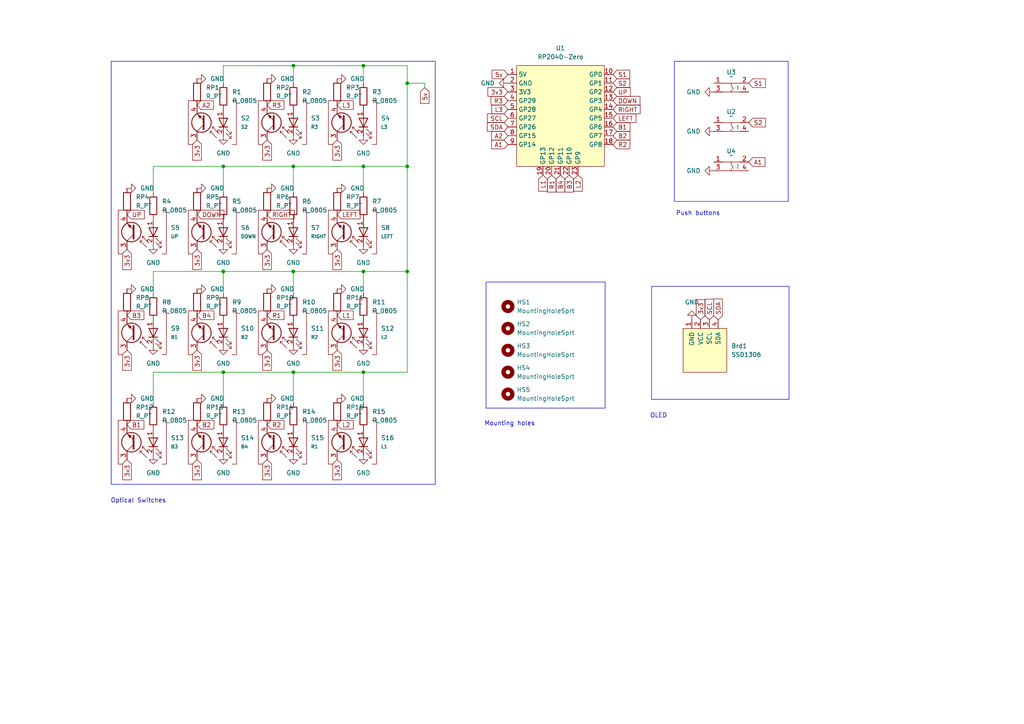
<source format=kicad_sch>
(kicad_sch (version 20231120) (generator "eeschema") (generator_version "8.0")
  (paper "A4")
  (lib_symbols
    (symbol "4pin_pushbutton_1"
      (property "Reference" "U" (at 0 0.635 0))
      (symbol "4pin_pushbutton_1_0_1"
        (polyline (pts (xy -2.54 -5.715) (xy 2.54 -5.715)))
        (polyline (pts (xy -2.54 -3.175) (xy 2.54 -3.175)))
        (polyline (pts (xy 0 -5.08) (xy 0 -5.715)))
        (polyline (pts (xy 1.905 -3.81) (xy 1.905 -5.08)))
        (polyline (pts (xy 0 -3.175) (xy 0 -3.81) (xy 0.635 -5.08)))
      )
      (symbol "4pin_pushbutton_1_1_1"
        (polyline (pts (xy 1.905 -4.445) (xy 0 -4.445)) (stroke (width 0) (type dot)))
        (pin passive line (at -5.08 -3.175 0) (length 2.54) (name "") (number "1"))
        (pin passive line (at 5.08 -3.175 180) (length 2.54) (name "") (number "2"))
        (pin passive line (at -5.08 -5.715 0) (length 2.54) (name "") (number "3"))
        (pin passive line (at 5.08 -5.715 180) (length 2.54) (name "") (number "4"))
      )
    )
    (symbol "4pin_pushbutton_2"
      (property "Reference" "U" (at 0 0.635 0))
      (symbol "4pin_pushbutton_2_0_1"
        (polyline (pts (xy -2.54 -5.715) (xy 2.54 -5.715)))
        (polyline (pts (xy -2.54 -3.175) (xy 2.54 -3.175)))
        (polyline (pts (xy 0 -5.08) (xy 0 -5.715)))
        (polyline (pts (xy 1.905 -3.81) (xy 1.905 -5.08)))
        (polyline (pts (xy 0 -3.175) (xy 0 -3.81) (xy 0.635 -5.08)))
      )
      (symbol "4pin_pushbutton_2_1_1"
        (polyline (pts (xy 1.905 -4.445) (xy 0 -4.445)) (stroke (width 0) (type dot)))
        (pin passive line (at -5.08 -3.175 0) (length 2.54) (name "") (number "1"))
        (pin passive line (at 5.08 -3.175 180) (length 2.54) (name "") (number "2"))
        (pin passive line (at -5.08 -5.715 0) (length 2.54) (name "") (number "3"))
        (pin passive line (at 5.08 -5.715 180) (length 2.54) (name "") (number "4"))
      )
    )
    (symbol "MySymbols:4pin_pushbutton"
      (property "Reference" "U" (at 0 0.635 0))
      (symbol "4pin_pushbutton_0_1"
        (polyline (pts (xy -2.54 -5.715) (xy 2.54 -5.715)))
        (polyline (pts (xy -2.54 -3.175) (xy 2.54 -3.175)))
        (polyline (pts (xy 0 -5.08) (xy 0 -5.715)))
        (polyline (pts (xy 1.905 -3.81) (xy 1.905 -5.08)))
        (polyline (pts (xy 0 -3.175) (xy 0 -3.81) (xy 0.635 -5.08)))
      )
      (symbol "4pin_pushbutton_1_1"
        (polyline (pts (xy 1.905 -4.445) (xy 0 -4.445)) (stroke (width 0) (type dot)))
        (pin passive line (at -5.08 -3.175 0) (length 2.54) (name "") (number "1"))
        (pin passive line (at 5.08 -3.175 180) (length 2.54) (name "") (number "2"))
        (pin passive line (at -5.08 -5.715 0) (length 2.54) (name "") (number "3"))
        (pin passive line (at 5.08 -5.715 180) (length 2.54) (name "") (number "4"))
      )
    )
    (symbol "MySymbols:MountingHoleSprt" (pin_names (offset 1.016))
      (property "Reference" "HS" (at 0 5.08 0))
      (property "Value" "MountingHoleSprt" (at 0 3.175 0))
      (symbol "MountingHoleSprt_0_1"
        (circle (center 0 0) (radius 1.27) (stroke (width 1.27)))
      )
    )
    (symbol "MySymbols:OptSw" (pin_names (offset 0) hide)
      (property "Reference" "S" (at 3.81 -7.62 0))
      (property "Value" "OptSw" (at 1.27 -10.16 0))
      (symbol "OptSw_0_1"
        (polyline (pts (xy 1.905 -0.635) (xy 0 -2.54)))
        (polyline (pts (xy 3.81 -2.54) (xy 4.445 -2.54)))
        (polyline (pts (xy 4.445 -1.27) (xy 5.08 -1.27)))
        (polyline (pts (xy 7.62 -1.27) (xy 7.62 1.27)))
        (polyline (pts (xy 8.89 -1.27) (xy 6.35 -1.27)) (stroke (width 0.254)))
        (polyline (pts (xy 1.905 -1.905) (xy 1.905 1.905) (xy 1.905 1.905)) (stroke (width 0.508)))
        (polyline (pts (xy 1.905 0.635) (xy 0 2.54) (xy 0 2.54)))
        (polyline (pts (xy 5.715 -4.445) (xy 3.81 -2.54) (xy 3.81 -3.175)))
        (polyline (pts (xy 6.35 -3.175) (xy 4.445 -1.27) (xy 4.445 -1.905)))
        (polyline (pts (xy -1.27 6.35) (xy -2.54 6.35) (xy -2.54 -6.35) (xy -1.27 -6.35)) (stroke (width 0.1524)))
        (polyline (pts (xy 8.89 1.27) (xy 6.35 1.27) (xy 7.62 -1.27) (xy 8.89 1.27)) (stroke (width 0.254)))
        (polyline (pts (xy 10.16 6.35) (xy 11.43 6.35) (xy 11.43 -6.35) (xy 10.16 -6.35)) (stroke (width 0.1524)))
        (polyline (pts (xy 1.27 1.778) (xy 0.762 1.27) (xy 0.254 2.286) (xy 1.27 1.778) (xy 1.27 1.778)) (fill (type outline)))
        (polyline (pts (xy 8.382 -3.048) (xy 9.906 -4.572) (xy 9.906 -3.81) (xy 9.906 -4.572) (xy 9.144 -4.572)))
        (polyline (pts (xy 8.382 -1.778) (xy 9.906 -3.302) (xy 9.906 -2.54) (xy 9.906 -3.302) (xy 9.144 -3.302)))
        (circle (center 1.27 0) (radius 2.8194) (stroke (width 0.254)))
      )
      (symbol "OptSw_1_1"
        (pin passive line (at 7.62 3.81 270) (length 2.54) (name "IR_A") (number "1"))
        (pin passive line (at 7.62 -3.81 90) (length 2.54) (name "IR_K") (number "2"))
        (pin passive line (at 0 -5.08 90) (length 2.54) (name "C") (number "3"))
        (pin passive line (at 0 5.08 270) (length 2.54) (name "E") (number "4"))
      )
    )
    (symbol "MySymbols:R_PT" (pin_numbers hide) (pin_names (offset 0))
      (property "Reference" "RP" (at 2.032 0 90))
      (property "Value" "R_PT" (at 0 0 90))
      (symbol "R_PT_0_1"
        (rectangle (start -1.016 -2.54) (end 1.016 2.54) (stroke (width 0.254)))
      )
      (symbol "R_PT_1_1"
        (pin passive line (at 0 3.81 270) (length 1.27) (name "~") (number "1"))
        (pin passive line (at 0 -3.81 90) (length 1.27) (name "~") (number "2"))
      )
    )
    (symbol "MySymbols:SSD1306" (pin_names (offset 1.016))
      (property "Reference" "Brd" (at 0 -3.81 0))
      (property "Value" "SSD1306" (at 0 -1.27 0))
      (symbol "SSD1306_0_1"
        (rectangle (start -6.35 6.35) (end 6.35 -6.35) (fill (type background)))
      )
      (symbol "SSD1306_1_1"
        (pin power_in line (at -3.81 8.89 270) (length 2.54) (name "GND") (number "1"))
        (pin power_in line (at -1.27 8.89 270) (length 2.54) (name "VCC") (number "2"))
        (pin input line (at 1.27 8.89 270) (length 2.54) (name "SCL") (number "3"))
        (pin input line (at 3.81 8.89 270) (length 2.54) (name "SDA") (number "4"))
      )
    )
    (symbol "PCM_4ms_Power-symbol:GND" (power) (pin_names (offset 0))
      (property "Value" "GND" (at 0 -3.81 0))
      (symbol "GND_0_1"
        (polyline (pts (xy 0 0) (xy 0 -1.27) (xy 1.27 -1.27) (xy 0 -2.54) (xy -1.27 -1.27) (xy 0 -1.27)))
      )
      (symbol "GND_1_1"
        (pin power_in line (at 0 0 270) (length 0) hide (name "GND") (number "1"))
      )
    )
    (symbol "PCM_Resistor_AKL:R_0805" (pin_numbers hide) (pin_names (offset 0))
      (property "Reference" "R" (at 2.54 1.27 0))
      (property "Value" "R_0805" (at 2.54 -1.27 0))
      (symbol "R_0805_0_1"
        (rectangle (start -1.016 2.54) (end 1.016 -2.54) (stroke (width 0.254)))
      )
      (symbol "R_0805_0_2"
        (polyline (pts (xy -2.54 -2.54) (xy -1.524 -1.524)))
        (polyline (pts (xy 1.524 1.524) (xy 2.54 2.54)))
        (polyline (pts (xy 1.524 1.524) (xy 0.889 2.159) (xy -2.159 -0.889) (xy -0.889 -2.159) (xy 2.159 0.889) (xy 1.524 1.524)) (stroke (width 0.254)))
      )
      (symbol "R_0805_1_1"
        (pin passive line (at 0 3.81 270) (length 1.27) (name "~") (number "1"))
        (pin passive line (at 0 -3.81 90) (length 1.27) (name "~") (number "2"))
      )
      (symbol "R_0805_1_2"
        (pin passive line (at 2.54 2.54 180) (length 0) (name "") (number "1"))
        (pin passive line (at -2.54 -2.54 0) (length 0) (name "") (number "2"))
      )
    )
    (symbol "rp2040:RP2040-Zero"
      (property "Reference" "U" (at 0 0 0))
      (property "Value" "RP2040-Zero" (at 0 8.89 0))
      (symbol "RP2040-Zero_0_1"
        (rectangle (start -12.7 7.62) (end 12.7 -21.59) (fill (type background)))
      )
      (symbol "RP2040-Zero_1_1"
        (pin power_in line (at -15.24 5.08 0) (length 2.54) (name "5V") (number "1"))
        (pin bidirectional line (at 15.24 5.08 180) (length 2.54) (name "GP0") (number "10"))
        (pin bidirectional line (at 15.24 2.54 180) (length 2.54) (name "GP1") (number "11"))
        (pin bidirectional line (at 15.24 0 180) (length 2.54) (name "GP2") (number "12"))
        (pin bidirectional line (at 15.24 -2.54 180) (length 2.54) (name "GP3") (number "13"))
        (pin bidirectional line (at 15.24 -5.08 180) (length 2.54) (name "GP4") (number "14"))
        (pin bidirectional line (at 15.24 -7.62 180) (length 2.54) (name "GP5") (number "15"))
        (pin bidirectional line (at 15.24 -10.16 180) (length 2.54) (name "GP6") (number "16"))
        (pin bidirectional line (at 15.24 -12.7 180) (length 2.54) (name "GP7") (number "17"))
        (pin bidirectional line (at 15.24 -15.24 180) (length 2.54) (name "GP8") (number "18"))
        (pin bidirectional line (at -5.08 -24.13 90) (length 2.54) (name "GP13") (number "19"))
        (pin power_in line (at -15.24 2.54 0) (length 2.54) (name "GND") (number "2"))
        (pin bidirectional line (at -2.54 -24.13 90) (length 2.54) (name "GP12") (number "20"))
        (pin bidirectional line (at 0 -24.13 90) (length 2.54) (name "GP11") (number "21"))
        (pin bidirectional line (at 2.54 -24.13 90) (length 2.54) (name "GP10") (number "22"))
        (pin bidirectional line (at 5.08 -24.13 90) (length 2.54) (name "GP9") (number "23"))
        (pin power_in line (at -15.24 0 0) (length 2.54) (name "3V3") (number "3"))
        (pin bidirectional line (at -15.24 -2.54 0) (length 2.54) (name "GP29") (number "4"))
        (pin bidirectional line (at -15.24 -5.08 0) (length 2.54) (name "GP28") (number "5"))
        (pin bidirectional line (at -15.24 -7.62 0) (length 2.54) (name "GP27") (number "6"))
        (pin bidirectional line (at -15.24 -10.16 0) (length 2.54) (name "GP26") (number "7"))
        (pin bidirectional line (at -15.24 -12.7 0) (length 2.54) (name "GP15") (number "8"))
        (pin bidirectional line (at -15.24 -15.24 0) (length 2.54) (name "GP14") (number "9"))
      )
    )
  )
  (junction (at 64.77 107.95))
  (junction (at 118.11 78.74))
  (junction (at 85.09 19.05))
  (junction (at 105.41 107.95))
  (junction (at 64.77 78.74))
  (junction (at 64.77 48.26))
  (junction (at 85.09 48.26))
  (junction (at 118.11 24.13))
  (junction (at 105.41 19.05))
  (junction (at 85.09 78.74))
  (junction (at 105.41 48.26))
  (junction (at 118.11 48.26))
  (junction (at 105.41 78.74))
  (junction (at 85.09 107.95))
  (wire (pts (xy 85.09 19.05) (xy 105.41 19.05)))
  (wire (pts (xy 105.41 19.05) (xy 105.41 24.13)))
  (wire (pts (xy 105.41 48.26) (xy 105.41 55.88)))
  (wire (pts (xy 118.11 24.13) (xy 118.11 48.26)))
  (wire (pts (xy 44.45 107.95) (xy 64.77 107.95)))
  (wire (pts (xy 64.77 48.26) (xy 85.09 48.26)))
  (wire (pts (xy 64.77 78.74) (xy 85.09 78.74)))
  (wire (pts (xy 85.09 48.26) (xy 85.09 55.88)))
  (wire (pts (xy 64.77 107.95) (xy 64.77 116.84)))
  (wire (pts (xy 105.41 78.74) (xy 105.41 85.09)))
  (wire (pts (xy 85.09 78.74) (xy 85.09 85.09)))
  (wire (pts (xy 44.45 85.09) (xy 44.45 78.74)))
  (wire (pts (xy 64.77 107.95) (xy 85.09 107.95)))
  (wire (pts (xy 85.09 107.95) (xy 105.41 107.95)))
  (wire (pts (xy 44.45 116.84) (xy 44.45 107.95)))
  (wire (pts (xy 85.09 78.74) (xy 105.41 78.74)))
  (wire (pts (xy 44.45 48.26) (xy 64.77 48.26)))
  (wire (pts (xy 64.77 24.13) (xy 64.77 19.05)))
  (wire (pts (xy 85.09 19.05) (xy 85.09 24.13)))
  (wire (pts (xy 105.41 107.95) (xy 105.41 116.84)))
  (wire (pts (xy 85.09 48.26) (xy 105.41 48.26)))
  (wire (pts (xy 64.77 48.26) (xy 64.77 55.88)))
  (wire (pts (xy 123.19 25.4) (xy 123.19 24.13)))
  (wire (pts (xy 123.19 24.13) (xy 118.11 24.13)))
  (wire (pts (xy 118.11 78.74) (xy 118.11 107.95)))
  (wire (pts (xy 105.41 107.95) (xy 118.11 107.95)))
  (wire (pts (xy 105.41 48.26) (xy 118.11 48.26)))
  (wire (pts (xy 118.11 19.05) (xy 118.11 24.13)))
  (wire (pts (xy 118.11 48.26) (xy 118.11 78.74)))
  (wire (pts (xy 44.45 78.74) (xy 64.77 78.74)))
  (wire (pts (xy 85.09 107.95) (xy 85.09 116.84)))
  (wire (pts (xy 64.77 78.74) (xy 64.77 85.09)))
  (wire (pts (xy 105.41 78.74) (xy 118.11 78.74)))
  (wire (pts (xy 64.77 19.05) (xy 85.09 19.05)))
  (wire (pts (xy 105.41 19.05) (xy 118.11 19.05)))
  (wire (pts (xy 44.45 55.88) (xy 44.45 48.26)))
  (rectangle (start 188.976 83.058) (end 228.854 115.824))
  (rectangle (start 195.58 17.78) (end 228.6 58.42))
  (rectangle (start 140.97 81.788) (end 175.514 118.364))
  (rectangle (start 32.258 17.78) (end 126.238 140.462))
  (text "Push buttons" (at 202.438 61.976 0) (effects (font (size 1.27 1.27))))
  (text "Optical Switches\n" (at 40.132 145.288 0) (effects (font (size 1.27 1.27))))
  (text "Mounting holes\n" (at 147.828 122.936 0) (effects (font (size 1.27 1.27))))
  (text "OLED\n" (at 191.008 120.65 0) (effects (font (size 1.27 1.27))))
  (global_label "A1" (shape input) (at 217.17 46.99 0) (property "Intersheetrefs" "${INTERSHEET_REFS}" (effects (hide yes))))
  (global_label "S1" (shape input) (at 177.8 21.59 0) (property "Intersheetrefs" "${INTERSHEET_REFS}" (effects (hide yes))))
  (global_label "RIGHT" (shape input) (at 77.47 62.23 0) (property "Intersheetrefs" "${INTERSHEET_REFS}" (effects (hide yes))))
  (global_label "S1" (shape input) (at 217.17 24.13 0) (property "Intersheetrefs" "${INTERSHEET_REFS}" (effects (hide yes))))
  (global_label "R2" (shape input) (at 77.47 123.19 0) (property "Intersheetrefs" "${INTERSHEET_REFS}" (effects (hide yes))))
  (global_label "A1" (shape input) (at 147.32 41.91 180) (property "Intersheetrefs" "${INTERSHEET_REFS}" (effects (hide yes))))
  (global_label "3v3" (shape input) (at 97.79 133.35 270) (property "Intersheetrefs" "${INTERSHEET_REFS}" (effects (hide yes))))
  (global_label "RIGHT" (shape input) (at 177.8 31.75 0) (property "Intersheetrefs" "${INTERSHEET_REFS}" (effects (hide yes))))
  (global_label "3v3" (shape input) (at 57.15 40.64 270) (property "Intersheetrefs" "${INTERSHEET_REFS}" (effects (hide yes))))
  (global_label "S2" (shape input) (at 217.17 35.56 0) (property "Intersheetrefs" "${INTERSHEET_REFS}" (effects (hide yes))))
  (global_label "5v" (shape input) (at 123.19 25.4 270) (property "Intersheetrefs" "${INTERSHEET_REFS}" (effects (hide yes))))
  (global_label "LEFT" (shape input) (at 177.8 34.29 0) (property "Intersheetrefs" "${INTERSHEET_REFS}" (effects (hide yes))))
  (global_label "3v3" (shape input) (at 57.15 133.35 270) (property "Intersheetrefs" "${INTERSHEET_REFS}" (effects (hide yes))))
  (global_label "L2" (shape input) (at 97.79 123.19 0) (property "Intersheetrefs" "${INTERSHEET_REFS}" (effects (hide yes))))
  (global_label "3v3" (shape input) (at 77.47 40.64 270) (property "Intersheetrefs" "${INTERSHEET_REFS}" (effects (hide yes))))
  (global_label "3v3" (shape input) (at 97.79 40.64 270) (property "Intersheetrefs" "${INTERSHEET_REFS}" (effects (hide yes))))
  (global_label "B4" (shape input) (at 57.15 91.44 0) (property "Intersheetrefs" "${INTERSHEET_REFS}" (effects (hide yes))))
  (global_label "L3" (shape input) (at 147.32 31.75 180) (property "Intersheetrefs" "${INTERSHEET_REFS}" (effects (hide yes))))
  (global_label "R3" (shape input) (at 77.47 30.48 0) (property "Intersheetrefs" "${INTERSHEET_REFS}" (effects (hide yes))))
  (global_label "3v3" (shape input) (at 77.47 133.35 270) (property "Intersheetrefs" "${INTERSHEET_REFS}" (effects (hide yes))))
  (global_label "S2" (shape input) (at 177.8 24.13 0) (property "Intersheetrefs" "${INTERSHEET_REFS}" (effects (hide yes))))
  (global_label "L1" (shape input) (at 97.79 91.44 0) (property "Intersheetrefs" "${INTERSHEET_REFS}" (effects (hide yes))))
  (global_label "A2" (shape input) (at 147.32 39.37 180) (property "Intersheetrefs" "${INTERSHEET_REFS}" (effects (hide yes))))
  (global_label "B1" (shape input) (at 177.8 36.83 0) (property "Intersheetrefs" "${INTERSHEET_REFS}" (effects (hide yes))))
  (global_label "R3" (shape input) (at 147.32 29.21 180) (property "Intersheetrefs" "${INTERSHEET_REFS}" (effects (hide yes))))
  (global_label "3v3" (shape input) (at 147.32 26.67 180) (property "Intersheetrefs" "${INTERSHEET_REFS}" (effects (hide yes))))
  (global_label "3v3" (shape input) (at 77.47 101.6 270) (property "Intersheetrefs" "${INTERSHEET_REFS}" (effects (hide yes))))
  (global_label "UP" (shape input) (at 36.83 62.23 0) (property "Intersheetrefs" "${INTERSHEET_REFS}" (effects (hide yes))))
  (global_label "UP" (shape input) (at 177.8 26.67 0) (property "Intersheetrefs" "${INTERSHEET_REFS}" (effects (hide yes))))
  (global_label "3v3" (shape input) (at 97.79 72.39 270) (property "Intersheetrefs" "${INTERSHEET_REFS}" (effects (hide yes))))
  (global_label "B2" (shape input) (at 177.8 39.37 0) (property "Intersheetrefs" "${INTERSHEET_REFS}" (effects (hide yes))))
  (global_label "A2" (shape input) (at 57.15 30.48 0) (property "Intersheetrefs" "${INTERSHEET_REFS}" (effects (hide yes))))
  (global_label "3v3" (shape input) (at 36.83 133.35 270) (property "Intersheetrefs" "${INTERSHEET_REFS}" (effects (hide yes))))
  (global_label "B1" (shape input) (at 36.83 123.19 0) (property "Intersheetrefs" "${INTERSHEET_REFS}" (effects (hide yes))))
  (global_label "B3" (shape input) (at 36.83 91.44 0) (property "Intersheetrefs" "${INTERSHEET_REFS}" (effects (hide yes))))
  (global_label "3v3" (shape input) (at 36.83 101.6 270) (property "Intersheetrefs" "${INTERSHEET_REFS}" (effects (hide yes))))
  (global_label "5v" (shape input) (at 147.32 21.59 180) (property "Intersheetrefs" "${INTERSHEET_REFS}" (effects (hide yes))))
  (global_label "3v3" (shape input) (at 203.2 92.71 90) (property "Intersheetrefs" "${INTERSHEET_REFS}" (effects (hide yes))))
  (global_label "3v3" (shape input) (at 97.79 101.6 270) (property "Intersheetrefs" "${INTERSHEET_REFS}" (effects (hide yes))))
  (global_label "3v3" (shape input) (at 57.15 72.39 270) (property "Intersheetrefs" "${INTERSHEET_REFS}" (effects (hide yes))))
  (global_label "DOWN" (shape input) (at 57.15 62.23 0) (property "Intersheetrefs" "${INTERSHEET_REFS}" (effects (hide yes))))
  (global_label "L3" (shape input) (at 97.79 30.48 0) (property "Intersheetrefs" "${INTERSHEET_REFS}" (effects (hide yes))))
  (global_label "SDA" (shape input) (at 208.28 92.71 90) (property "Intersheetrefs" "${INTERSHEET_REFS}" (effects (hide yes))))
  (global_label "SDA" (shape input) (at 147.32 36.83 180) (property "Intersheetrefs" "${INTERSHEET_REFS}" (effects (hide yes))))
  (global_label "B3" (shape input) (at 165.1 50.8 270) (property "Intersheetrefs" "${INTERSHEET_REFS}" (effects (hide yes))))
  (global_label "B2" (shape input) (at 57.15 123.19 0) (property "Intersheetrefs" "${INTERSHEET_REFS}" (effects (hide yes))))
  (global_label "L2" (shape input) (at 167.64 50.8 270) (property "Intersheetrefs" "${INTERSHEET_REFS}" (effects (hide yes))))
  (global_label "3v3" (shape input) (at 77.47 72.39 270) (property "Intersheetrefs" "${INTERSHEET_REFS}" (effects (hide yes))))
  (global_label "DOWN" (shape input) (at 177.8 29.21 0) (property "Intersheetrefs" "${INTERSHEET_REFS}" (effects (hide yes))))
  (global_label "LEFT" (shape input) (at 97.79 62.23 0) (property "Intersheetrefs" "${INTERSHEET_REFS}" (effects (hide yes))))
  (global_label "R1" (shape input) (at 77.47 91.44 0) (property "Intersheetrefs" "${INTERSHEET_REFS}" (effects (hide yes))))
  (global_label "R1" (shape input) (at 160.02 50.8 270) (property "Intersheetrefs" "${INTERSHEET_REFS}" (effects (hide yes))))
  (global_label "R2" (shape input) (at 177.8 41.91 0) (property "Intersheetrefs" "${INTERSHEET_REFS}" (effects (hide yes))))
  (global_label "SCL" (shape input) (at 205.74 92.71 90) (property "Intersheetrefs" "${INTERSHEET_REFS}" (effects (hide yes))))
  (global_label "SCL" (shape input) (at 147.32 34.29 180) (property "Intersheetrefs" "${INTERSHEET_REFS}" (effects (hide yes))))
  (global_label "B4" (shape input) (at 162.56 50.8 270) (property "Intersheetrefs" "${INTERSHEET_REFS}" (effects (hide yes))))
  (global_label "3v3" (shape input) (at 57.15 101.6 270) (property "Intersheetrefs" "${INTERSHEET_REFS}" (effects (hide yes))))
  (global_label "L1" (shape input) (at 157.48 50.8 270) (property "Intersheetrefs" "${INTERSHEET_REFS}" (effects (hide yes))))
  (global_label "3v3" (shape input) (at 36.83 72.39 270) (property "Intersheetrefs" "${INTERSHEET_REFS}" (effects (hide yes))))
  (symbol (lib_id "MySymbols:R_PT") (at 77.47 26.67 0) (unit 1)
    (property "Reference" "RP2" (at 80.01 25.3999 0) (effects (justify left)))
    (property "Value" "R_PT" (at 80.01 27.9399 0) (effects (justify left)))
    (property "Footprint" "PCM_4ms_Resistor:R_0603" (effects (hide yes)))
    (property "Description" "Resistor" (effects (hide yes)))
    (property "JLC" "0805-2012" (effects (hide yes)))
    (property "LCSC" "C17713" (effects (hide yes)))
  )
  (symbol (lib_id "MySymbols:OptSw") (at 57.15 96.52 0) (unit 1)
    (property "Reference" "S10" (at 69.85 95.2499 0) (effects (justify left)))
    (property "Value" "B2" (at 69.85 97.79 0) (effects (font (size 1 1)) (justify left)))
    (property "Footprint" "MyFootprints:Keychron_Optical_Switch_23mm" (effects (hide yes)))
    (property "Description" "NPN phototransistor, collector/emitter" (effects (hide yes)))
  )
  (symbol (lib_id "PCM_4ms_Power-symbol:GND") (at 105.41 39.37 0) (unit 1)
    (property "Reference" "#PWR020" (effects (hide yes)))
    (property "Value" "GND" (at 105.41 44.45 0))
  )
  (symbol (lib_id "MySymbols:4pin_pushbutton") (at 212.09 43.815 0) (unit 1)
    (property "Reference" "U4" (at 212.09 43.815 0))
    (property "Value" "~" (at 212.09 45.085 0))
    (property "Footprint" "MyFootprints:6x6pushbutton" (effects (hide yes)))
  )
  (symbol (lib_id "PCM_4ms_Power-symbol:GND") (at 147.32 24.13 270) (unit 1)
    (property "Reference" "#PWR033" (effects (hide yes)))
    (property "Value" "GND" (at 143.51 24.1299 90) (effects (justify right)))
  )
  (symbol (lib_id "PCM_4ms_Power-symbol:GND") (at 64.77 39.37 0) (unit 1)
    (property "Reference" "#PWR017" (effects (hide yes)))
    (property "Value" "GND" (at 64.77 44.45 0))
  )
  (symbol (lib_id "PCM_4ms_Power-symbol:GND") (at 207.01 38.1 270) (unit 1)
    (property "Reference" "#PWR034" (effects (hide yes)))
    (property "Value" "GND" (at 203.2 38.0999 90) (effects (justify right)))
  )
  (symbol (lib_id "PCM_4ms_Power-symbol:GND") (at 97.79 83.82 90) (unit 1)
    (property "Reference" "#PWR011" (effects (hide yes)))
    (property "Value" "GND" (at 101.6 83.8199 90) (effects (justify right)))
  )
  (symbol (lib_id "PCM_4ms_Power-symbol:GND") (at 85.09 100.33 0) (unit 1)
    (property "Reference" "#PWR027" (effects (hide yes)))
    (property "Value" "GND" (at 85.09 105.41 0))
  )
  (symbol (lib_id "PCM_Resistor_AKL:R_0805") (at 64.77 59.69 0) (unit 1)
    (property "Reference" "R5" (at 67.31 58.4199 0) (effects (justify left)))
    (property "Value" "R_0805" (at 67.31 60.9599 0) (effects (justify left)))
    (property "Footprint" "PCM_Resistor_SMD_AKL:R_0805_2012Metric" (effects (hide yes)))
    (property "Description" "SMD 0805 Chip Resistor, European Symbol, Alternate KiCad Library" (effects (hide yes)))
  )
  (symbol (lib_id "PCM_4ms_Power-symbol:GND") (at 64.77 132.08 0) (unit 1)
    (property "Reference" "#PWR031" (effects (hide yes)))
    (property "Value" "GND" (at 64.77 137.16 0))
  )
  (symbol (lib_id "PCM_Resistor_AKL:R_0805") (at 44.45 120.65 0) (unit 1)
    (property "Reference" "R12" (at 46.99 119.3799 0) (effects (justify left)))
    (property "Value" "R_0805" (at 46.99 121.9199 0) (effects (justify left)))
    (property "Footprint" "PCM_Resistor_SMD_AKL:R_0805_2012Metric" (effects (hide yes)))
    (property "Description" "SMD 0805 Chip Resistor, European Symbol, Alternate KiCad Library" (effects (hide yes)))
  )
  (symbol (lib_id "PCM_4ms_Power-symbol:GND") (at 105.41 100.33 0) (unit 1)
    (property "Reference" "#PWR028" (effects (hide yes)))
    (property "Value" "GND" (at 105.41 105.41 0))
  )
  (symbol (lib_id "PCM_Resistor_AKL:R_0805") (at 44.45 88.9 0) (unit 1)
    (property "Reference" "R8" (at 46.99 87.6299 0) (effects (justify left)))
    (property "Value" "R_0805" (at 46.99 90.1699 0) (effects (justify left)))
    (property "Footprint" "PCM_Resistor_SMD_AKL:R_0805_2012Metric" (effects (hide yes)))
    (property "Description" "SMD 0805 Chip Resistor, European Symbol, Alternate KiCad Library" (effects (hide yes)))
  )
  (symbol (lib_id "MySymbols:OptSw") (at 36.83 128.27 0) (unit 1)
    (property "Reference" "S13" (at 49.53 126.9999 0) (effects (justify left)))
    (property "Value" "B3" (at 49.53 129.54 0) (effects (font (size 1 1)) (justify left)))
    (property "Footprint" "MyFootprints:Keychron_Optical_Switch_23mm" (effects (hide yes)))
    (property "Description" "NPN phototransistor, collector/emitter" (effects (hide yes)))
  )
  (symbol (lib_id "MySymbols:R_PT") (at 57.15 87.63 0) (unit 1)
    (property "Reference" "RP9" (at 59.69 86.3599 0) (effects (justify left)))
    (property "Value" "R_PT" (at 59.69 88.8999 0) (effects (justify left)))
    (property "Footprint" "PCM_4ms_Resistor:R_0603" (effects (hide yes)))
    (property "Description" "Resistor" (effects (hide yes)))
    (property "JLC" "0805-2012" (effects (hide yes)))
    (property "LCSC" "C17713" (effects (hide yes)))
  )
  (symbol (lib_id "MySymbols:OptSw") (at 97.79 96.52 0) (unit 1)
    (property "Reference" "S12" (at 110.49 95.2499 0) (effects (justify left)))
    (property "Value" "L2" (at 110.49 97.79 0) (effects (font (size 1 1)) (justify left)))
    (property "Footprint" "MyFootprints:Keychron_Optical_Switch_23mm" (effects (hide yes)))
    (property "Description" "NPN phototransistor, collector/emitter" (effects (hide yes)))
  )
  (symbol (lib_id "MySymbols:R_PT") (at 77.47 58.42 0) (unit 1)
    (property "Reference" "RP6" (at 80.01 57.1499 0) (effects (justify left)))
    (property "Value" "R_PT" (at 80.01 59.6899 0) (effects (justify left)))
    (property "Footprint" "PCM_4ms_Resistor:R_0603" (effects (hide yes)))
    (property "Description" "Resistor" (effects (hide yes)))
    (property "JLC" "0805-2012" (effects (hide yes)))
    (property "LCSC" "C17713" (effects (hide yes)))
  )
  (symbol (lib_id "MySymbols:OptSw") (at 36.83 67.31 0) (unit 1)
    (property "Reference" "S5" (at 49.53 66.0399 0) (effects (justify left)))
    (property "Value" "UP" (at 49.53 68.58 0) (effects (font (size 1 1)) (justify left)))
    (property "Footprint" "MyFootprints:Keychron_Optical_Switch_26mm" (effects (hide yes)))
    (property "Description" "NPN phototransistor, collector/emitter" (effects (hide yes)))
  )
  (symbol (lib_id "MySymbols:OptSw") (at 57.15 35.56 0) (unit 1)
    (property "Reference" "S2" (at 69.85 34.2899 0) (effects (justify left)))
    (property "Value" "S2" (at 69.85 36.83 0) (effects (font (size 1 1)) (justify left)))
    (property "Footprint" "MyFootprints:Keychron_Optical_Switch_23mm" (effects (hide yes)))
    (property "Description" "NPN phototransistor, collector/emitter" (effects (hide yes)))
  )
  (symbol (lib_id "PCM_4ms_Power-symbol:GND") (at 207.01 49.53 270) (unit 1)
    (property "Reference" "#PWR037" (effects (hide yes)))
    (property "Value" "GND" (at 203.2 49.5299 90) (effects (justify right)))
  )
  (symbol (lib_id "PCM_Resistor_AKL:R_0805") (at 64.77 88.9 0) (unit 1)
    (property "Reference" "R9" (at 67.31 87.6299 0) (effects (justify left)))
    (property "Value" "R_0805" (at 67.31 90.1699 0) (effects (justify left)))
    (property "Footprint" "PCM_Resistor_SMD_AKL:R_0805_2012Metric" (effects (hide yes)))
    (property "Description" "SMD 0805 Chip Resistor, European Symbol, Alternate KiCad Library" (effects (hide yes)))
  )
  (symbol (lib_id "MySymbols:OptSw") (at 77.47 35.56 0) (unit 1)
    (property "Reference" "S3" (at 90.17 34.2899 0) (effects (justify left)))
    (property "Value" "R3" (at 90.17 36.83 0) (effects (font (size 1 1)) (justify left)))
    (property "Footprint" "MyFootprints:Keychron_Optical_Switch_23mm" (effects (hide yes)))
    (property "Description" "NPN phototransistor, collector/emitter" (effects (hide yes)))
  )
  (symbol (lib_name "4pin_pushbutton_1") (lib_id "MySymbols:4pin_pushbutton") (at 212.09 20.955 0) (unit 1)
    (property "Reference" "U3" (at 212.09 20.955 0))
    (property "Value" "~" (at 212.09 22.225 0))
    (property "Footprint" "MyFootprints:6x6pushbutton" (effects (hide yes)))
  )
  (symbol (lib_id "MySymbols:MountingHoleSprt") (at 147.32 101.6 0) (unit 1)
    (property "Reference" "HS3" (at 149.86 100.3299 0) (effects (justify left)))
    (property "Value" "MountingHoleSprt" (at 149.86 102.8699 0) (effects (justify left)))
    (property "Footprint" "MyFootprints:MountingHole_2.2mm_M2_ISO7380_Pad" (effects (hide yes)))
    (property "Description" "Mounting Hole without connection" (effects (hide yes)))
  )
  (symbol (lib_id "MySymbols:MountingHoleSprt") (at 147.32 88.9 0) (unit 1)
    (property "Reference" "HS1" (at 149.86 87.6299 0) (effects (justify left)))
    (property "Value" "MountingHoleSprt" (at 149.86 90.1699 0) (effects (justify left)))
    (property "Footprint" "MyFootprints:MountingHole_2.2mm_M2_ISO7380_Pad" (effects (hide yes)))
    (property "Description" "Mounting Hole without connection" (effects (hide yes)))
  )
  (symbol (lib_id "PCM_4ms_Power-symbol:GND") (at 85.09 39.37 0) (unit 1)
    (property "Reference" "#PWR019" (effects (hide yes)))
    (property "Value" "GND" (at 85.09 44.45 0))
  )
  (symbol (lib_id "MySymbols:OptSw") (at 97.79 35.56 0) (unit 1)
    (property "Reference" "S4" (at 110.49 34.2899 0) (effects (justify left)))
    (property "Value" "L3" (at 110.49 36.83 0) (effects (font (size 1 1)) (justify left)))
    (property "Footprint" "MyFootprints:Keychron_Optical_Switch_23mm" (effects (hide yes)))
    (property "Description" "NPN phototransistor, collector/emitter" (effects (hide yes)))
  )
  (symbol (lib_id "PCM_4ms_Power-symbol:GND") (at 77.47 54.61 90) (unit 1)
    (property "Reference" "#PWR06" (effects (hide yes)))
    (property "Value" "GND" (at 81.28 54.6099 90) (effects (justify right)))
  )
  (symbol (lib_id "MySymbols:OptSw") (at 97.79 67.31 0) (unit 1)
    (property "Reference" "S8" (at 110.49 66.0399 0) (effects (justify left)))
    (property "Value" "LEFT" (at 110.49 68.58 0) (effects (font (size 1 1)) (justify left)))
    (property "Footprint" "MyFootprints:Keychron_Optical_Switch_23mm" (effects (hide yes)))
    (property "Description" "NPN phototransistor, collector/emitter" (effects (hide yes)))
  )
  (symbol (lib_id "MySymbols:R_PT") (at 77.47 87.63 0) (unit 1)
    (property "Reference" "RP10" (at 80.01 86.3599 0) (effects (justify left)))
    (property "Value" "R_PT" (at 80.01 88.8999 0) (effects (justify left)))
    (property "Footprint" "PCM_4ms_Resistor:R_0603" (effects (hide yes)))
    (property "Description" "Resistor" (effects (hide yes)))
    (property "JLC" "0805-2012" (effects (hide yes)))
    (property "LCSC" "C17713" (effects (hide yes)))
  )
  (symbol (lib_id "PCM_Resistor_AKL:R_0805") (at 105.41 59.69 0) (unit 1)
    (property "Reference" "R7" (at 107.95 58.4199 0) (effects (justify left)))
    (property "Value" "R_0805" (at 107.95 60.9599 0) (effects (justify left)))
    (property "Footprint" "PCM_Resistor_SMD_AKL:R_0805_2012Metric" (effects (hide yes)))
    (property "Description" "SMD 0805 Chip Resistor, European Symbol, Alternate KiCad Library" (effects (hide yes)))
  )
  (symbol (lib_id "PCM_4ms_Power-symbol:GND") (at 57.15 115.57 90) (unit 1)
    (property "Reference" "#PWR013" (effects (hide yes)))
    (property "Value" "GND" (at 60.96 115.5699 90) (effects (justify right)))
  )
  (symbol (lib_id "PCM_4ms_Power-symbol:GND") (at 207.01 26.67 270) (unit 1)
    (property "Reference" "#PWR035" (effects (hide yes)))
    (property "Value" "GND" (at 203.2 26.6699 90) (effects (justify right)))
  )
  (symbol (lib_id "MySymbols:R_PT") (at 57.15 26.67 0) (unit 1)
    (property "Reference" "RP1" (at 59.69 25.3999 0) (effects (justify left)))
    (property "Value" "R_PT" (at 59.69 27.9399 0) (effects (justify left)))
    (property "Footprint" "PCM_4ms_Resistor:R_0603" (effects (hide yes)))
    (property "Description" "Resistor" (effects (hide yes)))
    (property "JLC" "0805-2012" (effects (hide yes)))
    (property "LCSC" "C17713" (effects (hide yes)))
  )
  (symbol (lib_id "MySymbols:R_PT") (at 97.79 87.63 0) (unit 1)
    (property "Reference" "RP11" (at 100.33 86.3599 0) (effects (justify left)))
    (property "Value" "R_PT" (at 100.33 88.8999 0) (effects (justify left)))
    (property "Footprint" "PCM_4ms_Resistor:R_0603" (effects (hide yes)))
    (property "Description" "Resistor" (effects (hide yes)))
    (property "JLC" "0805-2012" (effects (hide yes)))
    (property "LCSC" "C17713" (effects (hide yes)))
  )
  (symbol (lib_id "MySymbols:R_PT") (at 36.83 58.42 0) (unit 1)
    (property "Reference" "RP4" (at 39.37 57.1499 0) (effects (justify left)))
    (property "Value" "R_PT" (at 39.37 59.6899 0) (effects (justify left)))
    (property "Footprint" "PCM_4ms_Resistor:R_0603" (effects (hide yes)))
    (property "Description" "Resistor" (effects (hide yes)))
    (property "JLC" "0805-2012" (effects (hide yes)))
    (property "LCSC" "C17713" (effects (hide yes)))
  )
  (symbol (lib_id "PCM_4ms_Power-symbol:GND") (at 36.83 54.61 90) (unit 1)
    (property "Reference" "#PWR04" (effects (hide yes)))
    (property "Value" "GND" (at 40.64 54.6099 90) (effects (justify right)))
  )
  (symbol (lib_id "PCM_4ms_Power-symbol:GND") (at 77.47 83.82 90) (unit 1)
    (property "Reference" "#PWR010" (effects (hide yes)))
    (property "Value" "GND" (at 81.28 83.8199 90) (effects (justify right)))
  )
  (symbol (lib_id "PCM_4ms_Power-symbol:GND") (at 57.15 83.82 90) (unit 1)
    (property "Reference" "#PWR09" (effects (hide yes)))
    (property "Value" "GND" (at 60.96 83.8199 90) (effects (justify right)))
  )
  (symbol (lib_id "MySymbols:SSD1306") (at 204.47 101.6 0) (unit 1)
    (property "Reference" "Brd1" (at 212.09 100.3299 0) (effects (justify left)))
    (property "Value" "SSD1306" (at 212.09 102.8699 0) (effects (justify left)))
    (property "Footprint" "MyFootprints:128x64OLED_hollowed" (effects (hide yes)))
  )
  (symbol (lib_id "MySymbols:MountingHoleSprt") (at 147.32 107.95 0) (unit 1)
    (property "Reference" "HS4" (at 149.86 106.6799 0) (effects (justify left)))
    (property "Value" "MountingHoleSprt" (at 149.86 109.2199 0) (effects (justify left)))
    (property "Footprint" "MyFootprints:MountingHole_2.2mm_M2_ISO7380_Pad" (effects (hide yes)))
    (property "Description" "Mounting Hole without connection" (effects (hide yes)))
  )
  (symbol (lib_id "PCM_4ms_Power-symbol:GND") (at 44.45 132.08 0) (unit 1)
    (property "Reference" "#PWR032" (effects (hide yes)))
    (property "Value" "GND" (at 44.45 137.16 0))
  )
  (symbol (lib_id "MySymbols:R_PT") (at 97.79 26.67 0) (unit 1)
    (property "Reference" "RP3" (at 100.33 25.3999 0) (effects (justify left)))
    (property "Value" "R_PT" (at 100.33 27.9399 0) (effects (justify left)))
    (property "Footprint" "PCM_4ms_Resistor:R_0603" (effects (hide yes)))
    (property "Description" "Resistor" (effects (hide yes)))
    (property "JLC" "0805-2012" (effects (hide yes)))
    (property "LCSC" "C17713" (effects (hide yes)))
  )
  (symbol (lib_id "PCM_Resistor_AKL:R_0805") (at 105.41 88.9 0) (unit 1)
    (property "Reference" "R11" (at 107.95 87.6299 0) (effects (justify left)))
    (property "Value" "R_0805" (at 107.95 90.1699 0) (effects (justify left)))
    (property "Footprint" "PCM_Resistor_SMD_AKL:R_0805_2012Metric" (effects (hide yes)))
    (property "Description" "SMD 0805 Chip Resistor, European Symbol, Alternate KiCad Library" (effects (hide yes)))
  )
  (symbol (lib_id "PCM_4ms_Power-symbol:GND") (at 57.15 22.86 90) (unit 1)
    (property "Reference" "#PWR01" (effects (hide yes)))
    (property "Value" "GND" (at 60.96 22.8599 90) (effects (justify right)))
  )
  (symbol (lib_id "rp2040:RP2040-Zero") (at 162.56 26.67 0) (unit 1)
    (property "Reference" "U1" (at 162.56 13.97 0))
    (property "Value" "RP2040-Zero" (at 162.56 16.51 0))
    (property "Footprint" "RP2040-Zero:RP2040 Zero_flipped" (effects (hide yes)))
  )
  (symbol (lib_id "PCM_4ms_Power-symbol:GND") (at 44.45 100.33 0) (unit 1)
    (property "Reference" "#PWR025" (effects (hide yes)))
    (property "Value" "GND" (at 44.45 105.41 0))
  )
  (symbol (lib_id "PCM_Resistor_AKL:R_0805") (at 44.45 59.69 0) (unit 1)
    (property "Reference" "R4" (at 46.99 58.4199 0) (effects (justify left)))
    (property "Value" "R_0805" (at 46.99 60.9599 0) (effects (justify left)))
    (property "Footprint" "PCM_Resistor_SMD_AKL:R_0805_2012Metric" (effects (hide yes)))
    (property "Description" "SMD 0805 Chip Resistor, European Symbol, Alternate KiCad Library" (effects (hide yes)))
  )
  (symbol (lib_id "PCM_Resistor_AKL:R_0805") (at 64.77 120.65 0) (unit 1)
    (property "Reference" "R13" (at 67.31 119.3799 0) (effects (justify left)))
    (property "Value" "R_0805" (at 67.31 121.9199 0) (effects (justify left)))
    (property "Footprint" "PCM_Resistor_SMD_AKL:R_0805_2012Metric" (effects (hide yes)))
    (property "Description" "SMD 0805 Chip Resistor, European Symbol, Alternate KiCad Library" (effects (hide yes)))
  )
  (symbol (lib_id "MySymbols:MountingHoleSprt") (at 147.32 95.25 0) (unit 1)
    (property "Reference" "HS2" (at 149.86 93.9799 0) (effects (justify left)))
    (property "Value" "MountingHoleSprt" (at 149.86 96.5199 0) (effects (justify left)))
    (property "Footprint" "MyFootprints:MountingHole_2.2mm_M2_ISO7380_Pad" (effects (hide yes)))
    (property "Description" "Mounting Hole without connection" (effects (hide yes)))
  )
  (symbol (lib_id "PCM_4ms_Power-symbol:GND") (at 85.09 132.08 0) (unit 1)
    (property "Reference" "#PWR030" (effects (hide yes)))
    (property "Value" "GND" (at 85.09 137.16 0))
  )
  (symbol (lib_id "MySymbols:OptSw") (at 57.15 128.27 0) (unit 1)
    (property "Reference" "S14" (at 69.85 126.9999 0) (effects (justify left)))
    (property "Value" "B4" (at 69.85 129.54 0) (effects (font (size 1 1)) (justify left)))
    (property "Footprint" "MyFootprints:Keychron_Optical_Switch_23mm" (effects (hide yes)))
    (property "Description" "NPN phototransistor, collector/emitter" (effects (hide yes)))
  )
  (symbol (lib_id "MySymbols:OptSw") (at 36.83 96.52 0) (unit 1)
    (property "Reference" "S9" (at 49.53 95.2499 0) (effects (justify left)))
    (property "Value" "B1" (at 49.53 97.79 0) (effects (font (size 1 1)) (justify left)))
    (property "Footprint" "MyFootprints:Keychron_Optical_Switch_23mm" (effects (hide yes)))
    (property "Description" "NPN phototransistor, collector/emitter" (effects (hide yes)))
  )
  (symbol (lib_id "PCM_Resistor_AKL:R_0805") (at 85.09 88.9 0) (unit 1)
    (property "Reference" "R10" (at 87.63 87.6299 0) (effects (justify left)))
    (property "Value" "R_0805" (at 87.63 90.1699 0) (effects (justify left)))
    (property "Footprint" "PCM_Resistor_SMD_AKL:R_0805_2012Metric" (effects (hide yes)))
    (property "Description" "SMD 0805 Chip Resistor, European Symbol, Alternate KiCad Library" (effects (hide yes)))
  )
  (symbol (lib_id "MySymbols:OptSw") (at 77.47 96.52 0) (unit 1)
    (property "Reference" "S11" (at 90.17 95.2499 0) (effects (justify left)))
    (property "Value" "R2" (at 90.17 97.79 0) (effects (font (size 1 1)) (justify left)))
    (property "Footprint" "MyFootprints:Keychron_Optical_Switch_23mm" (effects (hide yes)))
    (property "Description" "NPN phototransistor, collector/emitter" (effects (hide yes)))
  )
  (symbol (lib_id "PCM_4ms_Power-symbol:GND") (at 44.45 71.12 0) (unit 1)
    (property "Reference" "#PWR024" (effects (hide yes)))
    (property "Value" "GND" (at 44.45 76.2 0))
  )
  (symbol (lib_id "PCM_Resistor_AKL:R_0805") (at 85.09 120.65 0) (unit 1)
    (property "Reference" "R14" (at 87.63 119.3799 0) (effects (justify left)))
    (property "Value" "R_0805" (at 87.63 121.9199 0) (effects (justify left)))
    (property "Footprint" "PCM_Resistor_SMD_AKL:R_0805_2012Metric" (effects (hide yes)))
    (property "Description" "SMD 0805 Chip Resistor, European Symbol, Alternate KiCad Library" (effects (hide yes)))
  )
  (symbol (lib_id "MySymbols:R_PT") (at 36.83 119.38 0) (unit 1)
    (property "Reference" "RP12" (at 39.37 118.1099 0) (effects (justify left)))
    (property "Value" "R_PT" (at 39.37 120.6499 0) (effects (justify left)))
    (property "Footprint" "PCM_4ms_Resistor:R_0603" (effects (hide yes)))
    (property "Description" "Resistor" (effects (hide yes)))
    (property "JLC" "0805-2012" (effects (hide yes)))
    (property "LCSC" "C17713" (effects (hide yes)))
  )
  (symbol (lib_id "PCM_Resistor_AKL:R_0805") (at 64.77 27.94 0) (unit 1)
    (property "Reference" "R1" (at 67.31 26.6699 0) (effects (justify left)))
    (property "Value" "R_0805" (at 67.31 29.2099 0) (effects (justify left)))
    (property "Footprint" "PCM_Resistor_SMD_AKL:R_0805_2012Metric" (effects (hide yes)))
    (property "Description" "SMD 0805 Chip Resistor, European Symbol, Alternate KiCad Library" (effects (hide yes)))
  )
  (symbol (lib_id "MySymbols:R_PT") (at 36.83 87.63 0) (unit 1)
    (property "Reference" "RP8" (at 39.37 86.3599 0) (effects (justify left)))
    (property "Value" "R_PT" (at 39.37 88.8999 0) (effects (justify left)))
    (property "Footprint" "PCM_4ms_Resistor:R_0603" (effects (hide yes)))
    (property "Description" "Resistor" (effects (hide yes)))
    (property "JLC" "0805-2012" (effects (hide yes)))
    (property "LCSC" "C17713" (effects (hide yes)))
  )
  (symbol (lib_id "PCM_Resistor_AKL:R_0805") (at 85.09 59.69 0) (unit 1)
    (property "Reference" "R6" (at 87.63 58.4199 0) (effects (justify left)))
    (property "Value" "R_0805" (at 87.63 60.9599 0) (effects (justify left)))
    (property "Footprint" "PCM_Resistor_SMD_AKL:R_0805_2012Metric" (effects (hide yes)))
    (property "Description" "SMD 0805 Chip Resistor, European Symbol, Alternate KiCad Library" (effects (hide yes)))
  )
  (symbol (lib_id "MySymbols:OptSw") (at 57.15 67.31 0) (unit 1)
    (property "Reference" "S6" (at 69.85 66.0399 0) (effects (justify left)))
    (property "Value" "DOWN" (at 69.85 68.58 0) (effects (font (size 1 1)) (justify left)))
    (property "Footprint" "MyFootprints:Keychron_Optical_Switch_23mm" (effects (hide yes)))
    (property "Description" "NPN phototransistor, collector/emitter" (effects (hide yes)))
  )
  (symbol (lib_id "PCM_4ms_Power-symbol:GND") (at 36.83 83.82 90) (unit 1)
    (property "Reference" "#PWR08" (effects (hide yes)))
    (property "Value" "GND" (at 40.64 83.8199 90) (effects (justify right)))
  )
  (symbol (lib_id "PCM_4ms_Power-symbol:GND") (at 57.15 54.61 90) (unit 1)
    (property "Reference" "#PWR05" (effects (hide yes)))
    (property "Value" "GND" (at 60.96 54.6099 90) (effects (justify right)))
  )
  (symbol (lib_id "PCM_4ms_Power-symbol:GND") (at 64.77 71.12 0) (unit 1)
    (property "Reference" "#PWR023" (effects (hide yes)))
    (property "Value" "GND" (at 64.77 76.2 0))
  )
  (symbol (lib_id "PCM_4ms_Power-symbol:GND") (at 64.77 100.33 0) (unit 1)
    (property "Reference" "#PWR026" (effects (hide yes)))
    (property "Value" "GND" (at 64.77 105.41 0))
  )
  (symbol (lib_id "PCM_Resistor_AKL:R_0805") (at 85.09 27.94 0) (unit 1)
    (property "Reference" "R2" (at 87.63 26.6699 0) (effects (justify left)))
    (property "Value" "R_0805" (at 87.63 29.2099 0) (effects (justify left)))
    (property "Footprint" "PCM_Resistor_SMD_AKL:R_0805_2012Metric" (effects (hide yes)))
    (property "Description" "SMD 0805 Chip Resistor, European Symbol, Alternate KiCad Library" (effects (hide yes)))
  )
  (symbol (lib_id "MySymbols:OptSw") (at 97.79 128.27 0) (unit 1)
    (property "Reference" "S16" (at 110.49 126.9999 0) (effects (justify left)))
    (property "Value" "L1" (at 110.49 129.54 0) (effects (font (size 1 1)) (justify left)))
    (property "Footprint" "MyFootprints:Keychron_Optical_Switch_23mm" (effects (hide yes)))
    (property "Description" "NPN phototransistor, collector/emitter" (effects (hide yes)))
  )
  (symbol (lib_id "PCM_4ms_Power-symbol:GND") (at 105.41 132.08 0) (unit 1)
    (property "Reference" "#PWR029" (effects (hide yes)))
    (property "Value" "GND" (at 105.41 137.16 0))
  )
  (symbol (lib_id "MySymbols:MountingHoleSprt") (at 147.32 114.3 0) (unit 1)
    (property "Reference" "HS5" (at 149.86 113.0299 0) (effects (justify left)))
    (property "Value" "MountingHoleSprt" (at 149.86 115.5699 0) (effects (justify left)))
    (property "Footprint" "MyFootprints:MountingHole_2.2mm_M2_ISO7380_Pad" (effects (hide yes)))
    (property "Description" "Mounting Hole without connection" (effects (hide yes)))
  )
  (symbol (lib_name "4pin_pushbutton_2") (lib_id "MySymbols:4pin_pushbutton") (at 212.09 32.385 0) (unit 1)
    (property "Reference" "U2" (at 212.09 32.385 0))
    (property "Value" "~" (at 212.09 33.655 0))
    (property "Footprint" "MyFootprints:6x6pushbutton" (effects (hide yes)))
  )
  (symbol (lib_id "PCM_4ms_Power-symbol:GND") (at 77.47 22.86 90) (unit 1)
    (property "Reference" "#PWR02" (effects (hide yes)))
    (property "Value" "GND" (at 81.28 22.8599 90) (effects (justify right)))
  )
  (symbol (lib_id "PCM_4ms_Power-symbol:GND") (at 105.41 71.12 0) (unit 1)
    (property "Reference" "#PWR021" (effects (hide yes)))
    (property "Value" "GND" (at 105.41 76.2 0))
  )
  (symbol (lib_id "PCM_4ms_Power-symbol:GND") (at 77.47 115.57 90) (unit 1)
    (property "Reference" "#PWR014" (effects (hide yes)))
    (property "Value" "GND" (at 81.28 115.5699 90) (effects (justify right)))
  )
  (symbol (lib_id "MySymbols:R_PT") (at 97.79 58.42 0) (unit 1)
    (property "Reference" "RP7" (at 100.33 57.1499 0) (effects (justify left)))
    (property "Value" "R_PT" (at 100.33 59.6899 0) (effects (justify left)))
    (property "Footprint" "PCM_4ms_Resistor:R_0603" (effects (hide yes)))
    (property "Description" "Resistor" (effects (hide yes)))
    (property "JLC" "0805-2012" (effects (hide yes)))
    (property "LCSC" "C17713" (effects (hide yes)))
  )
  (symbol (lib_id "MySymbols:OptSw") (at 77.47 67.31 0) (unit 1)
    (property "Reference" "S7" (at 90.17 66.0399 0) (effects (justify left)))
    (property "Value" "RIGHT" (at 90.17 68.58 0) (effects (font (size 1 1)) (justify left)))
    (property "Footprint" "MyFootprints:Keychron_Optical_Switch_23mm" (effects (hide yes)))
    (property "Description" "NPN phototransistor, collector/emitter" (effects (hide yes)))
  )
  (symbol (lib_id "MySymbols:R_PT") (at 97.79 119.38 0) (unit 1)
    (property "Reference" "RP15" (at 100.33 118.1099 0) (effects (justify left)))
    (property "Value" "R_PT" (at 100.33 120.6499 0) (effects (justify left)))
    (property "Footprint" "PCM_4ms_Resistor:R_0603" (effects (hide yes)))
    (property "Description" "Resistor" (effects (hide yes)))
    (property "JLC" "0805-2012" (effects (hide yes)))
    (property "LCSC" "C17713" (effects (hide yes)))
  )
  (symbol (lib_id "PCM_4ms_Power-symbol:GND") (at 36.83 115.57 90) (unit 1)
    (property "Reference" "#PWR012" (effects (hide yes)))
    (property "Value" "GND" (at 40.64 115.5699 90) (effects (justify right)))
  )
  (symbol (lib_id "PCM_Resistor_AKL:R_0805") (at 105.41 27.94 0) (unit 1)
    (property "Reference" "R3" (at 107.95 26.6699 0) (effects (justify left)))
    (property "Value" "R_0805" (at 107.95 29.2099 0) (effects (justify left)))
    (property "Footprint" "PCM_Resistor_SMD_AKL:R_0805_2012Metric" (effects (hide yes)))
    (property "Description" "SMD 0805 Chip Resistor, European Symbol, Alternate KiCad Library" (effects (hide yes)))
  )
  (symbol (lib_id "MySymbols:R_PT") (at 77.47 119.38 0) (unit 1)
    (property "Reference" "RP14" (at 80.01 118.1099 0) (effects (justify left)))
    (property "Value" "R_PT" (at 80.01 120.6499 0) (effects (justify left)))
    (property "Footprint" "PCM_4ms_Resistor:R_0603" (effects (hide yes)))
    (property "Description" "Resistor" (effects (hide yes)))
    (property "JLC" "0805-2012" (effects (hide yes)))
    (property "LCSC" "C17713" (effects (hide yes)))
  )
  (symbol (lib_id "MySymbols:R_PT") (at 57.15 58.42 0) (unit 1)
    (property "Reference" "RP5" (at 59.69 57.1499 0) (effects (justify left)))
    (property "Value" "R_PT" (at 59.69 59.6899 0) (effects (justify left)))
    (property "Footprint" "PCM_4ms_Resistor:R_0603" (effects (hide yes)))
    (property "Description" "Resistor" (effects (hide yes)))
    (property "JLC" "0805-2012" (effects (hide yes)))
    (property "LCSC" "C17713" (effects (hide yes)))
  )
  (symbol (lib_id "PCM_4ms_Power-symbol:GND") (at 97.79 22.86 90) (unit 1)
    (property "Reference" "#PWR03" (effects (hide yes)))
    (property "Value" "GND" (at 101.6 22.8599 90) (effects (justify right)))
  )
  (symbol (lib_id "PCM_4ms_Power-symbol:GND") (at 97.79 54.61 90) (unit 1)
    (property "Reference" "#PWR07" (effects (hide yes)))
    (property "Value" "GND" (at 101.6 54.6099 90) (effects (justify right)))
  )
  (symbol (lib_id "PCM_4ms_Power-symbol:GND") (at 97.79 115.57 90) (unit 1)
    (property "Reference" "#PWR015" (effects (hide yes)))
    (property "Value" "GND" (at 101.6 115.5699 90) (effects (justify right)))
  )
  (symbol (lib_id "PCM_Resistor_AKL:R_0805") (at 105.41 120.65 0) (unit 1)
    (property "Reference" "R15" (at 107.95 119.3799 0) (effects (justify left)))
    (property "Value" "R_0805" (at 107.95 121.9199 0) (effects (justify left)))
    (property "Footprint" "PCM_Resistor_SMD_AKL:R_0805_2012Metric" (effects (hide yes)))
    (property "Description" "SMD 0805 Chip Resistor, European Symbol, Alternate KiCad Library" (effects (hide yes)))
  )
  (symbol (lib_id "MySymbols:R_PT") (at 57.15 119.38 0) (unit 1)
    (property "Reference" "RP13" (at 59.69 118.1099 0) (effects (justify left)))
    (property "Value" "R_PT" (at 59.69 120.6499 0) (effects (justify left)))
    (property "Footprint" "PCM_4ms_Resistor:R_0603" (effects (hide yes)))
    (property "Description" "Resistor" (effects (hide yes)))
    (property "JLC" "0805-2012" (effects (hide yes)))
    (property "LCSC" "C17713" (effects (hide yes)))
  )
  (symbol (lib_id "PCM_4ms_Power-symbol:GND") (at 200.66 92.71 180) (unit 1)
    (property "Reference" "#PWR036" (effects (hide yes)))
    (property "Value" "GND" (at 200.66 87.63 0))
  )
  (symbol (lib_id "PCM_4ms_Power-symbol:GND") (at 85.09 71.12 0) (unit 1)
    (property "Reference" "#PWR022" (effects (hide yes)))
    (property "Value" "GND" (at 85.09 76.2 0))
  )
  (symbol (lib_id "MySymbols:OptSw") (at 77.47 128.27 0) (unit 1)
    (property "Reference" "S15" (at 90.17 126.9999 0) (effects (justify left)))
    (property "Value" "R1" (at 90.17 129.54 0) (effects (font (size 1 1)) (justify left)))
    (property "Footprint" "MyFootprints:Keychron_Optical_Switch_23mm" (effects (hide yes)))
    (property "Description" "NPN phototransistor, collector/emitter" (effects (hide yes)))
  )
)
</source>
